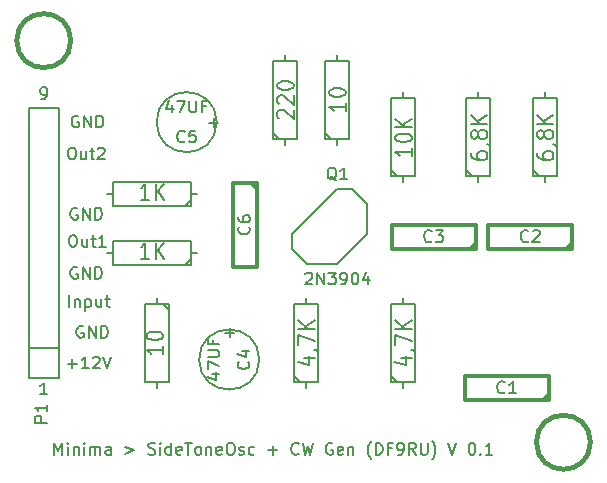
<source format=gto>
G04 #@! TF.FileFunction,Legend,Top*
%FSLAX45Y45*%
G04 Gerber Fmt 4.5, Leading zero omitted, Abs format (unit mm)*
G04 Created by KiCad (PCBNEW (2015-01-25 BZR 5388)-product) date Mo 03 Aug 2015 14:21:19 CEST*
%MOMM*%
G01*
G04 APERTURE LIST*
%ADD10C,0.150000*%
%ADD11C,0.200660*%
%ADD12C,0.381000*%
%ADD13C,0.203200*%
%ADD14C,0.304800*%
G04 APERTURE END LIST*
D10*
D11*
X12983752Y-7919962D02*
X12974221Y-7915196D01*
X12959924Y-7915196D01*
X12945627Y-7919962D01*
X12936096Y-7929493D01*
X12931331Y-7939024D01*
X12926565Y-7958086D01*
X12926565Y-7972383D01*
X12931331Y-7991445D01*
X12936096Y-8000976D01*
X12945627Y-8010507D01*
X12959924Y-8015272D01*
X12969455Y-8015272D01*
X12983752Y-8010507D01*
X12988517Y-8005741D01*
X12988517Y-7972383D01*
X12969455Y-7972383D01*
X13031407Y-8015272D02*
X13031407Y-7915196D01*
X13088593Y-8015272D01*
X13088593Y-7915196D01*
X13136248Y-8015272D02*
X13136248Y-7915196D01*
X13160076Y-7915196D01*
X13174373Y-7919962D01*
X13183904Y-7929493D01*
X13188669Y-7939024D01*
X13193435Y-7958086D01*
X13193435Y-7972383D01*
X13188669Y-7991445D01*
X13183904Y-8000976D01*
X13174373Y-8010507D01*
X13160076Y-8015272D01*
X13136248Y-8015272D01*
X12983752Y-8419962D02*
X12974221Y-8415197D01*
X12959924Y-8415197D01*
X12945627Y-8419962D01*
X12936096Y-8429493D01*
X12931331Y-8439024D01*
X12926565Y-8458086D01*
X12926565Y-8472383D01*
X12931331Y-8491445D01*
X12936096Y-8500976D01*
X12945627Y-8510507D01*
X12959924Y-8515273D01*
X12969455Y-8515273D01*
X12983752Y-8510507D01*
X12988517Y-8505741D01*
X12988517Y-8472383D01*
X12969455Y-8472383D01*
X13031407Y-8515273D02*
X13031407Y-8415197D01*
X13088593Y-8515273D01*
X13088593Y-8415197D01*
X13136248Y-8515273D02*
X13136248Y-8415197D01*
X13160076Y-8415197D01*
X13174373Y-8419962D01*
X13183904Y-8429493D01*
X13188669Y-8439024D01*
X13193435Y-8458086D01*
X13193435Y-8472383D01*
X13188669Y-8491445D01*
X13183904Y-8500976D01*
X13174373Y-8510507D01*
X13160076Y-8515273D01*
X13136248Y-8515273D01*
X13033752Y-8919962D02*
X13024221Y-8915197D01*
X13009924Y-8915197D01*
X12995627Y-8919962D01*
X12986096Y-8929493D01*
X12981331Y-8939024D01*
X12976565Y-8958086D01*
X12976565Y-8972383D01*
X12981331Y-8991445D01*
X12986096Y-9000976D01*
X12995627Y-9010507D01*
X13009924Y-9015273D01*
X13019455Y-9015273D01*
X13033752Y-9010507D01*
X13038517Y-9005741D01*
X13038517Y-8972383D01*
X13019455Y-8972383D01*
X13081407Y-9015273D02*
X13081407Y-8915197D01*
X13138593Y-9015273D01*
X13138593Y-8915197D01*
X13186248Y-9015273D02*
X13186248Y-8915197D01*
X13210076Y-8915197D01*
X13224373Y-8919962D01*
X13233904Y-8929493D01*
X13238669Y-8939024D01*
X13243435Y-8958086D01*
X13243435Y-8972383D01*
X13238669Y-8991445D01*
X13233904Y-9000976D01*
X13224373Y-9010507D01*
X13210076Y-9015273D01*
X13186248Y-9015273D01*
X12993752Y-7139962D02*
X12984221Y-7135196D01*
X12969924Y-7135196D01*
X12955627Y-7139962D01*
X12946096Y-7149493D01*
X12941331Y-7159024D01*
X12936565Y-7178086D01*
X12936565Y-7192383D01*
X12941331Y-7211445D01*
X12946096Y-7220976D01*
X12955627Y-7230507D01*
X12969924Y-7235272D01*
X12979455Y-7235272D01*
X12993752Y-7230507D01*
X12998517Y-7225741D01*
X12998517Y-7192383D01*
X12979455Y-7192383D01*
X13041407Y-7235272D02*
X13041407Y-7135196D01*
X13098593Y-7235272D01*
X13098593Y-7135196D01*
X13146248Y-7235272D02*
X13146248Y-7135196D01*
X13170076Y-7135196D01*
X13184373Y-7139962D01*
X13193904Y-7149493D01*
X13198669Y-7159024D01*
X13203435Y-7178086D01*
X13203435Y-7192383D01*
X13198669Y-7211445D01*
X13193904Y-7220976D01*
X13184373Y-7230507D01*
X13170076Y-7235272D01*
X13146248Y-7235272D01*
X12928948Y-7405196D02*
X12948010Y-7405196D01*
X12957541Y-7409962D01*
X12967072Y-7419493D01*
X12971838Y-7438555D01*
X12971838Y-7471914D01*
X12967072Y-7490976D01*
X12957541Y-7500507D01*
X12948010Y-7505272D01*
X12928948Y-7505272D01*
X12919417Y-7500507D01*
X12909886Y-7490976D01*
X12905120Y-7471914D01*
X12905120Y-7438555D01*
X12909886Y-7419493D01*
X12919417Y-7409962D01*
X12928948Y-7405196D01*
X13057617Y-7438555D02*
X13057617Y-7505272D01*
X13014727Y-7438555D02*
X13014727Y-7490976D01*
X13019493Y-7500507D01*
X13029024Y-7505272D01*
X13043321Y-7505272D01*
X13052852Y-7500507D01*
X13057617Y-7495741D01*
X13090976Y-7438555D02*
X13129100Y-7438555D01*
X13105272Y-7405196D02*
X13105272Y-7490976D01*
X13110038Y-7500507D01*
X13119569Y-7505272D01*
X13129100Y-7505272D01*
X13157693Y-7414727D02*
X13162459Y-7409962D01*
X13171990Y-7405196D01*
X13195817Y-7405196D01*
X13205348Y-7409962D01*
X13210114Y-7414727D01*
X13214880Y-7424259D01*
X13214880Y-7433790D01*
X13210114Y-7448086D01*
X13152928Y-7505272D01*
X13214880Y-7505272D01*
X12938948Y-8145196D02*
X12958010Y-8145196D01*
X12967541Y-8149962D01*
X12977072Y-8159493D01*
X12981838Y-8178555D01*
X12981838Y-8211914D01*
X12977072Y-8230976D01*
X12967541Y-8240507D01*
X12958010Y-8245272D01*
X12938948Y-8245272D01*
X12929417Y-8240507D01*
X12919886Y-8230976D01*
X12915120Y-8211914D01*
X12915120Y-8178555D01*
X12919886Y-8159493D01*
X12929417Y-8149962D01*
X12938948Y-8145196D01*
X13067617Y-8178555D02*
X13067617Y-8245272D01*
X13024727Y-8178555D02*
X13024727Y-8230976D01*
X13029493Y-8240507D01*
X13039024Y-8245272D01*
X13053321Y-8245272D01*
X13062852Y-8240507D01*
X13067617Y-8235741D01*
X13100976Y-8178555D02*
X13139100Y-8178555D01*
X13115272Y-8145196D02*
X13115272Y-8230976D01*
X13120038Y-8240507D01*
X13129569Y-8245272D01*
X13139100Y-8245272D01*
X13224880Y-8245272D02*
X13167693Y-8245272D01*
X13196286Y-8245272D02*
X13196286Y-8145196D01*
X13186755Y-8159493D01*
X13177224Y-8169024D01*
X13167693Y-8173790D01*
X12915589Y-8755273D02*
X12915589Y-8655197D01*
X12963245Y-8688555D02*
X12963245Y-8755273D01*
X12963245Y-8698086D02*
X12968010Y-8693321D01*
X12977541Y-8688555D01*
X12991838Y-8688555D01*
X13001369Y-8693321D01*
X13006134Y-8702852D01*
X13006134Y-8755273D01*
X13053790Y-8688555D02*
X13053790Y-8788631D01*
X13053790Y-8693321D02*
X13063321Y-8688555D01*
X13082383Y-8688555D01*
X13091914Y-8693321D01*
X13096679Y-8698086D01*
X13101445Y-8707617D01*
X13101445Y-8736210D01*
X13096679Y-8745741D01*
X13091914Y-8750507D01*
X13082383Y-8755273D01*
X13063321Y-8755273D01*
X13053790Y-8750507D01*
X13187224Y-8688555D02*
X13187224Y-8755273D01*
X13144335Y-8688555D02*
X13144335Y-8740976D01*
X13149100Y-8750507D01*
X13158631Y-8755273D01*
X13172928Y-8755273D01*
X13182459Y-8750507D01*
X13187224Y-8745741D01*
X13220583Y-8688555D02*
X13258707Y-8688555D01*
X13234880Y-8655197D02*
X13234880Y-8740976D01*
X13239645Y-8750507D01*
X13249176Y-8755273D01*
X13258707Y-8755273D01*
X12903676Y-9237148D02*
X12979924Y-9237148D01*
X12941800Y-9275273D02*
X12941800Y-9199024D01*
X13080000Y-9275273D02*
X13022814Y-9275273D01*
X13051407Y-9275273D02*
X13051407Y-9175197D01*
X13041876Y-9189493D01*
X13032345Y-9199024D01*
X13022814Y-9203790D01*
X13118124Y-9184728D02*
X13122890Y-9179962D01*
X13132421Y-9175197D01*
X13156248Y-9175197D01*
X13165779Y-9179962D01*
X13170545Y-9184728D01*
X13175310Y-9194259D01*
X13175310Y-9203790D01*
X13170545Y-9218086D01*
X13113359Y-9275273D01*
X13175310Y-9275273D01*
X13203904Y-9175197D02*
X13237262Y-9275273D01*
X13270621Y-9175197D01*
X12680938Y-6995220D02*
X12700000Y-6995220D01*
X12709531Y-6990455D01*
X12714297Y-6985689D01*
X12723828Y-6971393D01*
X12728593Y-6952331D01*
X12728593Y-6914207D01*
X12723828Y-6904675D01*
X12719062Y-6899910D01*
X12709531Y-6895144D01*
X12690469Y-6895144D01*
X12680938Y-6899910D01*
X12676172Y-6904675D01*
X12671407Y-6914207D01*
X12671407Y-6938034D01*
X12676172Y-6947565D01*
X12680938Y-6952331D01*
X12690469Y-6957096D01*
X12709531Y-6957096D01*
X12719062Y-6952331D01*
X12723828Y-6947565D01*
X12728593Y-6938034D01*
X12728593Y-9495343D02*
X12671407Y-9495343D01*
X12700000Y-9495343D02*
X12700000Y-9395267D01*
X12690469Y-9409563D01*
X12680938Y-9419094D01*
X12671407Y-9423860D01*
X12790400Y-10005375D02*
X12790400Y-9905299D01*
X12823758Y-9976781D01*
X12857117Y-9905299D01*
X12857117Y-10005375D01*
X12904772Y-10005375D02*
X12904772Y-9938657D01*
X12904772Y-9905299D02*
X12900007Y-9910064D01*
X12904772Y-9914830D01*
X12909538Y-9910064D01*
X12904772Y-9905299D01*
X12904772Y-9914830D01*
X12952427Y-9938657D02*
X12952427Y-10005375D01*
X12952427Y-9948188D02*
X12957193Y-9943423D01*
X12966724Y-9938657D01*
X12981021Y-9938657D01*
X12990552Y-9943423D01*
X12995317Y-9952954D01*
X12995317Y-10005375D01*
X13042972Y-10005375D02*
X13042972Y-9938657D01*
X13042972Y-9905299D02*
X13038207Y-9910064D01*
X13042972Y-9914830D01*
X13047738Y-9910064D01*
X13042972Y-9905299D01*
X13042972Y-9914830D01*
X13090628Y-10005375D02*
X13090628Y-9938657D01*
X13090628Y-9948188D02*
X13095393Y-9943423D01*
X13104924Y-9938657D01*
X13119221Y-9938657D01*
X13128752Y-9943423D01*
X13133517Y-9952954D01*
X13133517Y-10005375D01*
X13133517Y-9952954D02*
X13138283Y-9943423D01*
X13147814Y-9938657D01*
X13162111Y-9938657D01*
X13171642Y-9943423D01*
X13176407Y-9952954D01*
X13176407Y-10005375D01*
X13266952Y-10005375D02*
X13266952Y-9952954D01*
X13262187Y-9943423D01*
X13252656Y-9938657D01*
X13233593Y-9938657D01*
X13224062Y-9943423D01*
X13266952Y-10000609D02*
X13257421Y-10005375D01*
X13233593Y-10005375D01*
X13224062Y-10000609D01*
X13219297Y-9991078D01*
X13219297Y-9981547D01*
X13224062Y-9972016D01*
X13233593Y-9967250D01*
X13257421Y-9967250D01*
X13266952Y-9962485D01*
X13390856Y-9938657D02*
X13467104Y-9967250D01*
X13390856Y-9995843D01*
X13586242Y-10000609D02*
X13600539Y-10005375D01*
X13624366Y-10005375D01*
X13633897Y-10000609D01*
X13638663Y-9995843D01*
X13643429Y-9986312D01*
X13643429Y-9976781D01*
X13638663Y-9967250D01*
X13633897Y-9962485D01*
X13624366Y-9957719D01*
X13605304Y-9952954D01*
X13595773Y-9948188D01*
X13591008Y-9943423D01*
X13586242Y-9933892D01*
X13586242Y-9924361D01*
X13591008Y-9914830D01*
X13595773Y-9910064D01*
X13605304Y-9905299D01*
X13629132Y-9905299D01*
X13643429Y-9910064D01*
X13686318Y-10005375D02*
X13686318Y-9938657D01*
X13686318Y-9905299D02*
X13681553Y-9910064D01*
X13686318Y-9914830D01*
X13691084Y-9910064D01*
X13686318Y-9905299D01*
X13686318Y-9914830D01*
X13776863Y-10005375D02*
X13776863Y-9905299D01*
X13776863Y-10000609D02*
X13767332Y-10005375D01*
X13748270Y-10005375D01*
X13738739Y-10000609D01*
X13733973Y-9995843D01*
X13729208Y-9986312D01*
X13729208Y-9957719D01*
X13733973Y-9948188D01*
X13738739Y-9943423D01*
X13748270Y-9938657D01*
X13767332Y-9938657D01*
X13776863Y-9943423D01*
X13862643Y-10000609D02*
X13853112Y-10005375D01*
X13834050Y-10005375D01*
X13824518Y-10000609D01*
X13819753Y-9991078D01*
X13819753Y-9952954D01*
X13824518Y-9943423D01*
X13834050Y-9938657D01*
X13853112Y-9938657D01*
X13862643Y-9943423D01*
X13867408Y-9952954D01*
X13867408Y-9962485D01*
X13819753Y-9972016D01*
X13896001Y-9905299D02*
X13953188Y-9905299D01*
X13924594Y-10005375D02*
X13924594Y-9905299D01*
X14000843Y-10005375D02*
X13991312Y-10000609D01*
X13986546Y-9995843D01*
X13981781Y-9986312D01*
X13981781Y-9957719D01*
X13986546Y-9948188D01*
X13991312Y-9943423D01*
X14000843Y-9938657D01*
X14015139Y-9938657D01*
X14024670Y-9943423D01*
X14029436Y-9948188D01*
X14034202Y-9957719D01*
X14034202Y-9986312D01*
X14029436Y-9995843D01*
X14024670Y-10000609D01*
X14015139Y-10005375D01*
X14000843Y-10005375D01*
X14077091Y-9938657D02*
X14077091Y-10005375D01*
X14077091Y-9948188D02*
X14081857Y-9943423D01*
X14091388Y-9938657D01*
X14105684Y-9938657D01*
X14115215Y-9943423D01*
X14119981Y-9952954D01*
X14119981Y-10005375D01*
X14205760Y-10000609D02*
X14196229Y-10005375D01*
X14177167Y-10005375D01*
X14167636Y-10000609D01*
X14162871Y-9991078D01*
X14162871Y-9952954D01*
X14167636Y-9943423D01*
X14177167Y-9938657D01*
X14196229Y-9938657D01*
X14205760Y-9943423D01*
X14210526Y-9952954D01*
X14210526Y-9962485D01*
X14162871Y-9972016D01*
X14272478Y-9905299D02*
X14291540Y-9905299D01*
X14301071Y-9910064D01*
X14310602Y-9919595D01*
X14315367Y-9938657D01*
X14315367Y-9972016D01*
X14310602Y-9991078D01*
X14301071Y-10000609D01*
X14291540Y-10005375D01*
X14272478Y-10005375D01*
X14262947Y-10000609D01*
X14253416Y-9991078D01*
X14248650Y-9972016D01*
X14248650Y-9938657D01*
X14253416Y-9919595D01*
X14262947Y-9910064D01*
X14272478Y-9905299D01*
X14353492Y-10000609D02*
X14363023Y-10005375D01*
X14382085Y-10005375D01*
X14391616Y-10000609D01*
X14396381Y-9991078D01*
X14396381Y-9986312D01*
X14391616Y-9976781D01*
X14382085Y-9972016D01*
X14367788Y-9972016D01*
X14358257Y-9967250D01*
X14353492Y-9957719D01*
X14353492Y-9952954D01*
X14358257Y-9943423D01*
X14367788Y-9938657D01*
X14382085Y-9938657D01*
X14391616Y-9943423D01*
X14482161Y-10000609D02*
X14472630Y-10005375D01*
X14453568Y-10005375D01*
X14444037Y-10000609D01*
X14439271Y-9995843D01*
X14434506Y-9986312D01*
X14434506Y-9957719D01*
X14439271Y-9948188D01*
X14444037Y-9943423D01*
X14453568Y-9938657D01*
X14472630Y-9938657D01*
X14482161Y-9943423D01*
X14601299Y-9967250D02*
X14677547Y-9967250D01*
X14639423Y-10005375D02*
X14639423Y-9929126D01*
X14858637Y-9995843D02*
X14853872Y-10000609D01*
X14839575Y-10005375D01*
X14830044Y-10005375D01*
X14815747Y-10000609D01*
X14806216Y-9991078D01*
X14801451Y-9981547D01*
X14796685Y-9962485D01*
X14796685Y-9948188D01*
X14801451Y-9929126D01*
X14806216Y-9919595D01*
X14815747Y-9910064D01*
X14830044Y-9905299D01*
X14839575Y-9905299D01*
X14853872Y-9910064D01*
X14858637Y-9914830D01*
X14891996Y-9905299D02*
X14915823Y-10005375D01*
X14934886Y-9933892D01*
X14953948Y-10005375D01*
X14977775Y-9905299D01*
X15144569Y-9910064D02*
X15135038Y-9905299D01*
X15120741Y-9905299D01*
X15106444Y-9910064D01*
X15096913Y-9919595D01*
X15092148Y-9929126D01*
X15087382Y-9948188D01*
X15087382Y-9962485D01*
X15092148Y-9981547D01*
X15096913Y-9991078D01*
X15106444Y-10000609D01*
X15120741Y-10005375D01*
X15130272Y-10005375D01*
X15144569Y-10000609D01*
X15149334Y-9995843D01*
X15149334Y-9962485D01*
X15130272Y-9962485D01*
X15230348Y-10000609D02*
X15220817Y-10005375D01*
X15201755Y-10005375D01*
X15192224Y-10000609D01*
X15187458Y-9991078D01*
X15187458Y-9952954D01*
X15192224Y-9943423D01*
X15201755Y-9938657D01*
X15220817Y-9938657D01*
X15230348Y-9943423D01*
X15235114Y-9952954D01*
X15235114Y-9962485D01*
X15187458Y-9972016D01*
X15278003Y-9938657D02*
X15278003Y-10005375D01*
X15278003Y-9948188D02*
X15282769Y-9943423D01*
X15292300Y-9938657D01*
X15306596Y-9938657D01*
X15316127Y-9943423D01*
X15320893Y-9952954D01*
X15320893Y-10005375D01*
X15473390Y-10043499D02*
X15468624Y-10038733D01*
X15459093Y-10024437D01*
X15454328Y-10014906D01*
X15449562Y-10000609D01*
X15444797Y-9976781D01*
X15444797Y-9957719D01*
X15449562Y-9933892D01*
X15454328Y-9919595D01*
X15459093Y-9910064D01*
X15468624Y-9895767D01*
X15473390Y-9891002D01*
X15511514Y-10005375D02*
X15511514Y-9905299D01*
X15535342Y-9905299D01*
X15549638Y-9910064D01*
X15559169Y-9919595D01*
X15563935Y-9929126D01*
X15568700Y-9948188D01*
X15568700Y-9962485D01*
X15563935Y-9981547D01*
X15559169Y-9991078D01*
X15549638Y-10000609D01*
X15535342Y-10005375D01*
X15511514Y-10005375D01*
X15644949Y-9952954D02*
X15611590Y-9952954D01*
X15611590Y-10005375D02*
X15611590Y-9905299D01*
X15659245Y-9905299D01*
X15702135Y-10005375D02*
X15721197Y-10005375D01*
X15730728Y-10000609D01*
X15735494Y-9995843D01*
X15745025Y-9981547D01*
X15749790Y-9962485D01*
X15749790Y-9924361D01*
X15745025Y-9914830D01*
X15740259Y-9910064D01*
X15730728Y-9905299D01*
X15711666Y-9905299D01*
X15702135Y-9910064D01*
X15697369Y-9914830D01*
X15692604Y-9924361D01*
X15692604Y-9948188D01*
X15697369Y-9957719D01*
X15702135Y-9962485D01*
X15711666Y-9967250D01*
X15730728Y-9967250D01*
X15740259Y-9962485D01*
X15745025Y-9957719D01*
X15749790Y-9948188D01*
X15849866Y-10005375D02*
X15816507Y-9957719D01*
X15792680Y-10005375D02*
X15792680Y-9905299D01*
X15830804Y-9905299D01*
X15840335Y-9910064D01*
X15845101Y-9914830D01*
X15849866Y-9924361D01*
X15849866Y-9938657D01*
X15845101Y-9948188D01*
X15840335Y-9952954D01*
X15830804Y-9957719D01*
X15792680Y-9957719D01*
X15892756Y-9905299D02*
X15892756Y-9986312D01*
X15897521Y-9995843D01*
X15902287Y-10000609D01*
X15911818Y-10005375D01*
X15930880Y-10005375D01*
X15940411Y-10000609D01*
X15945177Y-9995843D01*
X15949942Y-9986312D01*
X15949942Y-9905299D01*
X15988066Y-10043499D02*
X15992832Y-10038733D01*
X16002363Y-10024437D01*
X16007128Y-10014906D01*
X16011894Y-10000609D01*
X16016659Y-9976781D01*
X16016659Y-9957719D01*
X16011894Y-9933892D01*
X16007128Y-9919595D01*
X16002363Y-9910064D01*
X15992832Y-9895767D01*
X15988066Y-9891002D01*
X16126266Y-9905299D02*
X16159625Y-10005375D01*
X16192984Y-9905299D01*
X16321653Y-9905299D02*
X16331184Y-9905299D01*
X16340715Y-9910064D01*
X16345481Y-9914830D01*
X16350246Y-9924361D01*
X16355012Y-9943423D01*
X16355012Y-9967250D01*
X16350246Y-9986312D01*
X16345481Y-9995843D01*
X16340715Y-10000609D01*
X16331184Y-10005375D01*
X16321653Y-10005375D01*
X16312122Y-10000609D01*
X16307356Y-9995843D01*
X16302591Y-9986312D01*
X16297825Y-9967250D01*
X16297825Y-9943423D01*
X16302591Y-9924361D01*
X16307356Y-9914830D01*
X16312122Y-9910064D01*
X16321653Y-9905299D01*
X16397901Y-9995843D02*
X16402667Y-10000609D01*
X16397901Y-10005375D01*
X16393136Y-10000609D01*
X16397901Y-9995843D01*
X16397901Y-10005375D01*
X16497977Y-10005375D02*
X16440791Y-10005375D01*
X16469384Y-10005375D02*
X16469384Y-9905299D01*
X16459853Y-9919595D01*
X16450322Y-9929126D01*
X16440791Y-9933892D01*
D12*
X17328642Y-9900158D02*
G75*
G03X17328642Y-9900158I-228600J0D01*
G01*
X12928600Y-6499860D02*
G75*
G03X12928600Y-6499860I-228600J0D01*
G01*
D13*
X15740126Y-7701026D02*
X15740126Y-7650226D01*
X15740126Y-6939026D02*
X15740126Y-6989826D01*
X15740126Y-6989826D02*
X15638526Y-6989826D01*
X15638526Y-6989826D02*
X15638526Y-7650226D01*
X15638526Y-7650226D02*
X15841726Y-7650226D01*
X15841726Y-7650226D02*
X15841726Y-6989826D01*
X15841726Y-6989826D02*
X15740126Y-6989826D01*
X15689326Y-7650226D02*
X15638526Y-7599426D01*
X15180056Y-7380986D02*
X15180056Y-7330186D01*
X15180056Y-6618986D02*
X15180056Y-6669786D01*
X15180056Y-6669786D02*
X15078456Y-6669786D01*
X15078456Y-6669786D02*
X15078456Y-7330186D01*
X15078456Y-7330186D02*
X15281656Y-7330186D01*
X15281656Y-7330186D02*
X15281656Y-6669786D01*
X15281656Y-6669786D02*
X15180056Y-6669786D01*
X15129256Y-7330186D02*
X15078456Y-7279386D01*
X13660120Y-8678926D02*
X13660120Y-8729726D01*
X13660120Y-9440926D02*
X13660120Y-9390126D01*
X13660120Y-9390126D02*
X13761720Y-9390126D01*
X13761720Y-9390126D02*
X13761720Y-8729726D01*
X13761720Y-8729726D02*
X13558520Y-8729726D01*
X13558520Y-8729726D02*
X13558520Y-9390126D01*
X13558520Y-9390126D02*
X13660120Y-9390126D01*
X13710920Y-8729726D02*
X13761720Y-8780526D01*
X14919960Y-9440672D02*
X14919960Y-9389872D01*
X14919960Y-8678672D02*
X14919960Y-8729472D01*
X14919960Y-8729472D02*
X14818360Y-8729472D01*
X14818360Y-8729472D02*
X14818360Y-9389872D01*
X14818360Y-9389872D02*
X15021560Y-9389872D01*
X15021560Y-9389872D02*
X15021560Y-8729472D01*
X15021560Y-8729472D02*
X14919960Y-8729472D01*
X14869160Y-9389872D02*
X14818360Y-9339072D01*
X16940022Y-7701026D02*
X16940022Y-7650226D01*
X16940022Y-6939026D02*
X16940022Y-6989826D01*
X16940022Y-6989826D02*
X16838422Y-6989826D01*
X16838422Y-6989826D02*
X16838422Y-7650226D01*
X16838422Y-7650226D02*
X17041622Y-7650226D01*
X17041622Y-7650226D02*
X17041622Y-6989826D01*
X17041622Y-6989826D02*
X16940022Y-6989826D01*
X16889222Y-7650226D02*
X16838422Y-7599426D01*
X16379952Y-7701026D02*
X16379952Y-7650226D01*
X16379952Y-6939026D02*
X16379952Y-6989826D01*
X16379952Y-6989826D02*
X16278352Y-6989826D01*
X16278352Y-6989826D02*
X16278352Y-7650226D01*
X16278352Y-7650226D02*
X16481552Y-7650226D01*
X16481552Y-7650226D02*
X16481552Y-6989826D01*
X16481552Y-6989826D02*
X16379952Y-6989826D01*
X16329152Y-7650226D02*
X16278352Y-7599426D01*
X14739874Y-7380986D02*
X14739874Y-7330186D01*
X14739874Y-6618986D02*
X14739874Y-6669786D01*
X14739874Y-6669786D02*
X14638274Y-6669786D01*
X14638274Y-6669786D02*
X14638274Y-7330186D01*
X14638274Y-7330186D02*
X14841474Y-7330186D01*
X14841474Y-7330186D02*
X14841474Y-6669786D01*
X14841474Y-6669786D02*
X14739874Y-6669786D01*
X14689074Y-7330186D02*
X14638274Y-7279386D01*
X15740126Y-9440926D02*
X15740126Y-9390126D01*
X15740126Y-8678926D02*
X15740126Y-8729726D01*
X15740126Y-8729726D02*
X15638526Y-8729726D01*
X15638526Y-8729726D02*
X15638526Y-9390126D01*
X15638526Y-9390126D02*
X15841726Y-9390126D01*
X15841726Y-9390126D02*
X15841726Y-8729726D01*
X15841726Y-8729726D02*
X15740126Y-8729726D01*
X15689326Y-9390126D02*
X15638526Y-9339326D01*
X14000988Y-7800086D02*
X13950188Y-7800086D01*
X13238988Y-7800086D02*
X13289788Y-7800086D01*
X13289788Y-7800086D02*
X13289788Y-7901686D01*
X13289788Y-7901686D02*
X13950188Y-7901686D01*
X13950188Y-7901686D02*
X13950188Y-7698486D01*
X13950188Y-7698486D02*
X13289788Y-7698486D01*
X13289788Y-7698486D02*
X13289788Y-7800086D01*
X13950188Y-7850886D02*
X13899388Y-7901686D01*
X14000988Y-8299958D02*
X13950188Y-8299958D01*
X13238988Y-8299958D02*
X13289788Y-8299958D01*
X13289788Y-8299958D02*
X13289788Y-8401558D01*
X13289788Y-8401558D02*
X13950188Y-8401558D01*
X13950188Y-8401558D02*
X13950188Y-8198358D01*
X13950188Y-8198358D02*
X13289788Y-8198358D01*
X13289788Y-8198358D02*
X13289788Y-8299958D01*
X13950188Y-8350758D02*
X13899388Y-8401558D01*
D14*
X17175734Y-8261350D02*
X16464534Y-8261350D01*
X16464534Y-8261350D02*
X16464534Y-8058150D01*
X16464534Y-8058150D02*
X17175734Y-8058150D01*
X17175734Y-8058150D02*
X17175734Y-8261350D01*
X17175734Y-8210550D02*
X17124934Y-8261350D01*
X16355822Y-8261604D02*
X15644622Y-8261604D01*
X15644622Y-8261604D02*
X15644622Y-8058404D01*
X15644622Y-8058404D02*
X16355822Y-8058404D01*
X16355822Y-8058404D02*
X16355822Y-8261604D01*
X16355822Y-8210804D02*
X16305022Y-8261604D01*
X16975582Y-9541510D02*
X16264382Y-9541510D01*
X16264382Y-9541510D02*
X16264382Y-9338310D01*
X16264382Y-9338310D02*
X16975582Y-9338310D01*
X16975582Y-9338310D02*
X16975582Y-9541510D01*
X16975582Y-9490710D02*
X16924782Y-9541510D01*
X14501622Y-7704328D02*
X14501622Y-8415528D01*
X14501622Y-8415528D02*
X14298422Y-8415528D01*
X14298422Y-8415528D02*
X14298422Y-7704328D01*
X14298422Y-7704328D02*
X14501622Y-7704328D01*
X14450822Y-7704328D02*
X14501622Y-7755128D01*
D10*
X12573000Y-9099000D02*
X12573000Y-7067000D01*
X12573000Y-7067000D02*
X12827000Y-7067000D01*
X12827000Y-7067000D02*
X12827000Y-9099000D01*
X12573000Y-9353000D02*
X12573000Y-9099000D01*
X12573000Y-9099000D02*
X12827000Y-9099000D01*
X12573000Y-9353000D02*
X12827000Y-9353000D01*
X12827000Y-9353000D02*
X12827000Y-9099000D01*
X14524317Y-9200000D02*
G75*
G03X14524317Y-9200000I-254317J0D01*
G01*
X14164317Y-7190000D02*
G75*
G03X14164317Y-7190000I-254317J0D01*
G01*
X15187000Y-7756000D02*
X14806000Y-8137000D01*
X14806000Y-8137000D02*
X14806000Y-8264000D01*
X14806000Y-8264000D02*
X14933000Y-8391000D01*
X14933000Y-8391000D02*
X15187000Y-8391000D01*
X15187000Y-8391000D02*
X15441000Y-8137000D01*
X15441000Y-8137000D02*
X15441000Y-7883000D01*
X15441000Y-7883000D02*
X15314000Y-7756000D01*
X15314000Y-7756000D02*
X15187000Y-7756000D01*
D13*
X15816024Y-7407716D02*
X15816024Y-7480288D01*
X15816024Y-7444002D02*
X15676324Y-7444002D01*
X15696281Y-7456097D01*
X15709585Y-7468193D01*
X15716238Y-7480288D01*
X15676324Y-7329097D02*
X15676324Y-7317002D01*
X15682976Y-7304907D01*
X15689628Y-7298859D01*
X15702933Y-7292812D01*
X15729543Y-7286764D01*
X15762805Y-7286764D01*
X15789414Y-7292812D01*
X15802719Y-7298859D01*
X15809371Y-7304907D01*
X15816024Y-7317002D01*
X15816024Y-7329097D01*
X15809371Y-7341193D01*
X15802719Y-7347240D01*
X15789414Y-7353288D01*
X15762805Y-7359335D01*
X15729543Y-7359335D01*
X15702933Y-7353288D01*
X15689628Y-7347240D01*
X15682976Y-7341193D01*
X15676324Y-7329097D01*
X15816024Y-7232335D02*
X15676324Y-7232335D01*
X15816024Y-7159764D02*
X15736195Y-7214193D01*
X15676324Y-7159764D02*
X15756152Y-7232335D01*
X15255954Y-7024176D02*
X15255954Y-7096748D01*
X15255954Y-7060462D02*
X15116254Y-7060462D01*
X15136211Y-7072557D01*
X15149515Y-7084653D01*
X15156168Y-7096748D01*
X15116254Y-6945557D02*
X15116254Y-6933462D01*
X15122906Y-6921367D01*
X15129558Y-6915319D01*
X15142863Y-6909272D01*
X15169473Y-6903224D01*
X15202735Y-6903224D01*
X15229344Y-6909272D01*
X15242649Y-6915319D01*
X15249301Y-6921367D01*
X15255954Y-6933462D01*
X15255954Y-6945557D01*
X15249301Y-6957653D01*
X15242649Y-6963700D01*
X15229344Y-6969748D01*
X15202735Y-6975795D01*
X15169473Y-6975795D01*
X15142863Y-6969748D01*
X15129558Y-6963700D01*
X15122906Y-6957653D01*
X15116254Y-6945557D01*
X13710618Y-9084117D02*
X13710618Y-9156688D01*
X13710618Y-9120402D02*
X13570918Y-9120402D01*
X13590875Y-9132497D01*
X13604179Y-9144593D01*
X13610832Y-9156688D01*
X13570918Y-9005497D02*
X13570918Y-8993402D01*
X13577570Y-8981307D01*
X13584222Y-8975259D01*
X13597527Y-8969212D01*
X13624137Y-8963164D01*
X13657399Y-8963164D01*
X13684008Y-8969212D01*
X13697313Y-8975259D01*
X13703965Y-8981307D01*
X13710618Y-8993402D01*
X13710618Y-9005497D01*
X13703965Y-9017593D01*
X13697313Y-9023640D01*
X13684008Y-9029688D01*
X13657399Y-9035736D01*
X13624137Y-9035736D01*
X13597527Y-9029688D01*
X13584222Y-9023640D01*
X13577570Y-9017593D01*
X13570918Y-9005497D01*
X14902724Y-9189696D02*
X14995858Y-9189696D01*
X14849505Y-9219934D02*
X14949291Y-9250172D01*
X14949291Y-9171553D01*
X14989205Y-9117124D02*
X14995858Y-9117124D01*
X15009162Y-9123172D01*
X15015815Y-9129220D01*
X14856158Y-9074791D02*
X14856158Y-8990124D01*
X14995858Y-9044553D01*
X14995858Y-8941743D02*
X14856158Y-8941743D01*
X14995858Y-8869172D02*
X14916029Y-8923601D01*
X14856158Y-8869172D02*
X14935986Y-8941743D01*
X16876220Y-7450050D02*
X16876220Y-7474240D01*
X16882872Y-7486335D01*
X16889524Y-7492383D01*
X16909482Y-7504478D01*
X16936091Y-7510526D01*
X16989310Y-7510526D01*
X17002615Y-7504478D01*
X17009267Y-7498431D01*
X17015920Y-7486335D01*
X17015920Y-7462145D01*
X17009267Y-7450050D01*
X17002615Y-7444002D01*
X16989310Y-7437955D01*
X16956048Y-7437955D01*
X16942743Y-7444002D01*
X16936091Y-7450050D01*
X16929439Y-7462145D01*
X16929439Y-7486335D01*
X16936091Y-7498431D01*
X16942743Y-7504478D01*
X16956048Y-7510526D01*
X17009267Y-7377478D02*
X17015920Y-7377478D01*
X17029224Y-7383526D01*
X17035877Y-7389574D01*
X16936091Y-7304907D02*
X16929439Y-7317002D01*
X16922786Y-7323050D01*
X16909482Y-7329097D01*
X16902829Y-7329097D01*
X16889524Y-7323050D01*
X16882872Y-7317002D01*
X16876220Y-7304907D01*
X16876220Y-7280716D01*
X16882872Y-7268621D01*
X16889524Y-7262574D01*
X16902829Y-7256526D01*
X16909482Y-7256526D01*
X16922786Y-7262574D01*
X16929439Y-7268621D01*
X16936091Y-7280716D01*
X16936091Y-7304907D01*
X16942743Y-7317002D01*
X16949396Y-7323050D01*
X16962701Y-7329097D01*
X16989310Y-7329097D01*
X17002615Y-7323050D01*
X17009267Y-7317002D01*
X17015920Y-7304907D01*
X17015920Y-7280716D01*
X17009267Y-7268621D01*
X17002615Y-7262574D01*
X16989310Y-7256526D01*
X16962701Y-7256526D01*
X16949396Y-7262574D01*
X16942743Y-7268621D01*
X16936091Y-7280716D01*
X17015920Y-7202097D02*
X16876220Y-7202097D01*
X17015920Y-7129526D02*
X16936091Y-7183954D01*
X16876220Y-7129526D02*
X16956048Y-7202097D01*
X16316150Y-7450050D02*
X16316150Y-7474240D01*
X16322802Y-7486335D01*
X16329454Y-7492383D01*
X16349411Y-7504478D01*
X16376021Y-7510526D01*
X16429240Y-7510526D01*
X16442545Y-7504478D01*
X16449197Y-7498431D01*
X16455850Y-7486335D01*
X16455850Y-7462145D01*
X16449197Y-7450050D01*
X16442545Y-7444002D01*
X16429240Y-7437955D01*
X16395978Y-7437955D01*
X16382673Y-7444002D01*
X16376021Y-7450050D01*
X16369369Y-7462145D01*
X16369369Y-7486335D01*
X16376021Y-7498431D01*
X16382673Y-7504478D01*
X16395978Y-7510526D01*
X16449197Y-7377478D02*
X16455850Y-7377478D01*
X16469154Y-7383526D01*
X16475807Y-7389574D01*
X16376021Y-7304907D02*
X16369369Y-7317002D01*
X16362716Y-7323050D01*
X16349411Y-7329097D01*
X16342759Y-7329097D01*
X16329454Y-7323050D01*
X16322802Y-7317002D01*
X16316150Y-7304907D01*
X16316150Y-7280716D01*
X16322802Y-7268621D01*
X16329454Y-7262574D01*
X16342759Y-7256526D01*
X16349411Y-7256526D01*
X16362716Y-7262574D01*
X16369369Y-7268621D01*
X16376021Y-7280716D01*
X16376021Y-7304907D01*
X16382673Y-7317002D01*
X16389326Y-7323050D01*
X16402631Y-7329097D01*
X16429240Y-7329097D01*
X16442545Y-7323050D01*
X16449197Y-7317002D01*
X16455850Y-7304907D01*
X16455850Y-7280716D01*
X16449197Y-7268621D01*
X16442545Y-7262574D01*
X16429240Y-7256526D01*
X16402631Y-7256526D01*
X16389326Y-7262574D01*
X16382673Y-7268621D01*
X16376021Y-7280716D01*
X16455850Y-7202097D02*
X16316150Y-7202097D01*
X16455850Y-7129526D02*
X16376021Y-7183954D01*
X16316150Y-7129526D02*
X16395978Y-7202097D01*
X14689376Y-7157224D02*
X14682724Y-7151176D01*
X14676072Y-7139081D01*
X14676072Y-7108843D01*
X14682724Y-7096748D01*
X14689376Y-7090700D01*
X14702681Y-7084653D01*
X14715986Y-7084653D01*
X14735943Y-7090700D01*
X14815772Y-7163272D01*
X14815772Y-7084653D01*
X14689376Y-7036272D02*
X14682724Y-7030224D01*
X14676072Y-7018129D01*
X14676072Y-6987891D01*
X14682724Y-6975795D01*
X14689376Y-6969748D01*
X14702681Y-6963700D01*
X14715986Y-6963700D01*
X14735943Y-6969748D01*
X14815772Y-7042319D01*
X14815772Y-6963700D01*
X14676072Y-6885081D02*
X14676072Y-6872986D01*
X14682724Y-6860891D01*
X14689376Y-6854843D01*
X14702681Y-6848795D01*
X14729291Y-6842748D01*
X14762553Y-6842748D01*
X14789162Y-6848795D01*
X14802467Y-6854843D01*
X14809119Y-6860891D01*
X14815772Y-6872986D01*
X14815772Y-6885081D01*
X14809119Y-6897176D01*
X14802467Y-6903224D01*
X14789162Y-6909272D01*
X14762553Y-6915319D01*
X14729291Y-6915319D01*
X14702681Y-6909272D01*
X14689376Y-6903224D01*
X14682724Y-6897176D01*
X14676072Y-6885081D01*
X15722890Y-9189950D02*
X15816024Y-9189950D01*
X15669671Y-9220188D02*
X15769457Y-9250426D01*
X15769457Y-9171807D01*
X15809371Y-9117378D02*
X15816024Y-9117378D01*
X15829328Y-9123426D01*
X15835981Y-9129474D01*
X15676324Y-9075045D02*
X15676324Y-8990378D01*
X15816024Y-9044807D01*
X15816024Y-8941997D02*
X15676324Y-8941997D01*
X15816024Y-8869426D02*
X15736195Y-8923855D01*
X15676324Y-8869426D02*
X15756152Y-8941997D01*
X13592774Y-7850584D02*
X13520202Y-7850584D01*
X13556488Y-7850584D02*
X13556488Y-7710884D01*
X13544393Y-7730841D01*
X13532297Y-7744145D01*
X13520202Y-7750798D01*
X13647202Y-7850584D02*
X13647202Y-7710884D01*
X13719774Y-7850584D02*
X13665345Y-7770755D01*
X13719774Y-7710884D02*
X13647202Y-7790712D01*
X13592774Y-8350456D02*
X13520202Y-8350456D01*
X13556488Y-8350456D02*
X13556488Y-8210756D01*
X13544393Y-8230713D01*
X13532297Y-8244017D01*
X13520202Y-8250670D01*
X13647202Y-8350456D02*
X13647202Y-8210756D01*
X13719774Y-8350456D02*
X13665345Y-8270627D01*
X13719774Y-8210756D02*
X13647202Y-8290584D01*
X16803201Y-8196036D02*
X16798363Y-8200874D01*
X16783848Y-8205712D01*
X16774172Y-8205712D01*
X16759658Y-8200874D01*
X16749982Y-8191198D01*
X16745144Y-8181521D01*
X16740305Y-8162169D01*
X16740305Y-8147655D01*
X16745144Y-8128302D01*
X16749982Y-8118626D01*
X16759658Y-8108950D01*
X16774172Y-8104112D01*
X16783848Y-8104112D01*
X16798363Y-8108950D01*
X16803201Y-8113788D01*
X16841906Y-8113788D02*
X16846744Y-8108950D01*
X16856420Y-8104112D01*
X16880610Y-8104112D01*
X16890286Y-8108950D01*
X16895125Y-8113788D01*
X16899963Y-8123464D01*
X16899963Y-8133140D01*
X16895125Y-8147655D01*
X16837067Y-8205712D01*
X16899963Y-8205712D01*
X15983289Y-8196290D02*
X15978451Y-8201128D01*
X15963936Y-8205966D01*
X15954260Y-8205966D01*
X15939746Y-8201128D01*
X15930070Y-8191452D01*
X15925232Y-8181775D01*
X15920393Y-8162423D01*
X15920393Y-8147909D01*
X15925232Y-8128556D01*
X15930070Y-8118880D01*
X15939746Y-8109204D01*
X15954260Y-8104366D01*
X15963936Y-8104366D01*
X15978451Y-8109204D01*
X15983289Y-8114042D01*
X16017155Y-8104366D02*
X16080051Y-8104366D01*
X16046184Y-8143071D01*
X16060698Y-8143071D01*
X16070374Y-8147909D01*
X16075212Y-8152747D01*
X16080051Y-8162423D01*
X16080051Y-8186613D01*
X16075212Y-8196290D01*
X16070374Y-8201128D01*
X16060698Y-8205966D01*
X16031670Y-8205966D01*
X16021993Y-8201128D01*
X16017155Y-8196290D01*
X16603049Y-9476196D02*
X16598211Y-9481034D01*
X16583696Y-9485872D01*
X16574020Y-9485872D01*
X16559506Y-9481034D01*
X16549830Y-9471358D01*
X16544992Y-9461681D01*
X16540153Y-9442329D01*
X16540153Y-9427815D01*
X16544992Y-9408462D01*
X16549830Y-9398786D01*
X16559506Y-9389110D01*
X16574020Y-9384272D01*
X16583696Y-9384272D01*
X16598211Y-9389110D01*
X16603049Y-9393948D01*
X16699811Y-9485872D02*
X16641753Y-9485872D01*
X16670782Y-9485872D02*
X16670782Y-9384272D01*
X16661106Y-9398786D01*
X16651430Y-9408462D01*
X16641753Y-9413301D01*
X14436308Y-8076861D02*
X14441146Y-8081699D01*
X14445984Y-8096214D01*
X14445984Y-8105890D01*
X14441146Y-8120404D01*
X14431470Y-8130080D01*
X14421793Y-8134918D01*
X14402441Y-8139756D01*
X14387927Y-8139756D01*
X14368574Y-8134918D01*
X14358898Y-8130080D01*
X14349222Y-8120404D01*
X14344384Y-8105890D01*
X14344384Y-8096214D01*
X14349222Y-8081699D01*
X14354060Y-8076861D01*
X14344384Y-7989776D02*
X14344384Y-8009128D01*
X14349222Y-8018804D01*
X14354060Y-8023642D01*
X14368574Y-8033318D01*
X14387927Y-8038156D01*
X14426631Y-8038156D01*
X14436308Y-8033318D01*
X14441146Y-8028480D01*
X14445984Y-8018804D01*
X14445984Y-7999452D01*
X14441146Y-7989776D01*
X14436308Y-7984937D01*
X14426631Y-7980099D01*
X14402441Y-7980099D01*
X14392765Y-7984937D01*
X14387927Y-7989776D01*
X14383089Y-7999452D01*
X14383089Y-8018804D01*
X14387927Y-8028480D01*
X14392765Y-8033318D01*
X14402441Y-8038156D01*
D10*
X12725238Y-9733810D02*
X12625238Y-9733810D01*
X12625238Y-9695714D01*
X12630000Y-9686190D01*
X12634762Y-9681429D01*
X12644286Y-9676667D01*
X12658571Y-9676667D01*
X12668095Y-9681429D01*
X12672857Y-9686190D01*
X12677619Y-9695714D01*
X12677619Y-9733810D01*
X12725238Y-9581429D02*
X12725238Y-9638571D01*
X12725238Y-9610000D02*
X12625238Y-9610000D01*
X12639524Y-9619524D01*
X12649048Y-9629048D01*
X12653809Y-9638571D01*
X14432460Y-9216667D02*
X14437222Y-9221429D01*
X14441984Y-9235714D01*
X14441984Y-9245238D01*
X14437222Y-9259524D01*
X14427698Y-9269048D01*
X14418175Y-9273810D01*
X14399127Y-9278571D01*
X14384841Y-9278571D01*
X14365794Y-9273810D01*
X14356270Y-9269048D01*
X14346746Y-9259524D01*
X14341984Y-9245238D01*
X14341984Y-9235714D01*
X14346746Y-9221429D01*
X14351508Y-9216667D01*
X14375317Y-9130952D02*
X14441984Y-9130952D01*
X14337222Y-9154762D02*
X14408651Y-9178571D01*
X14408651Y-9116667D01*
X14121571Y-9323810D02*
X14188238Y-9323810D01*
X14083476Y-9347619D02*
X14154905Y-9371429D01*
X14154905Y-9309524D01*
X14088238Y-9280952D02*
X14088238Y-9214286D01*
X14188238Y-9257143D01*
X14088238Y-9176191D02*
X14169190Y-9176191D01*
X14178714Y-9171429D01*
X14183476Y-9166667D01*
X14188238Y-9157143D01*
X14188238Y-9138095D01*
X14183476Y-9128571D01*
X14178714Y-9123810D01*
X14169190Y-9119048D01*
X14088238Y-9119048D01*
X14135857Y-9038095D02*
X14135857Y-9071429D01*
X14188238Y-9071429D02*
X14088238Y-9071429D01*
X14088238Y-9023810D01*
X14277143Y-9009495D02*
X14277143Y-8933305D01*
X14315238Y-8971400D02*
X14239048Y-8971400D01*
X13893333Y-7352460D02*
X13888571Y-7357222D01*
X13874286Y-7361984D01*
X13864762Y-7361984D01*
X13850476Y-7357222D01*
X13840952Y-7347698D01*
X13836190Y-7338175D01*
X13831429Y-7319127D01*
X13831429Y-7304841D01*
X13836190Y-7285794D01*
X13840952Y-7276270D01*
X13850476Y-7266746D01*
X13864762Y-7261984D01*
X13874286Y-7261984D01*
X13888571Y-7266746D01*
X13893333Y-7271508D01*
X13983810Y-7261984D02*
X13936190Y-7261984D01*
X13931429Y-7309603D01*
X13936190Y-7304841D01*
X13945714Y-7300079D01*
X13969524Y-7300079D01*
X13979048Y-7304841D01*
X13983810Y-7309603D01*
X13988571Y-7319127D01*
X13988571Y-7342936D01*
X13983810Y-7352460D01*
X13979048Y-7357222D01*
X13969524Y-7361984D01*
X13945714Y-7361984D01*
X13936190Y-7357222D01*
X13931429Y-7352460D01*
X13786190Y-7041571D02*
X13786190Y-7108238D01*
X13762381Y-7003476D02*
X13738571Y-7074905D01*
X13800476Y-7074905D01*
X13829048Y-7008238D02*
X13895714Y-7008238D01*
X13852857Y-7108238D01*
X13933809Y-7008238D02*
X13933809Y-7089190D01*
X13938571Y-7098714D01*
X13943333Y-7103476D01*
X13952857Y-7108238D01*
X13971905Y-7108238D01*
X13981429Y-7103476D01*
X13986190Y-7098714D01*
X13990952Y-7089190D01*
X13990952Y-7008238D01*
X14071905Y-7055857D02*
X14038571Y-7055857D01*
X14038571Y-7108238D02*
X14038571Y-7008238D01*
X14086190Y-7008238D01*
X14100505Y-7197143D02*
X14176695Y-7197143D01*
X14138600Y-7235238D02*
X14138600Y-7159048D01*
X15177476Y-7683762D02*
X15167952Y-7679000D01*
X15158429Y-7669476D01*
X15144143Y-7655190D01*
X15134619Y-7650429D01*
X15125095Y-7650429D01*
X15129857Y-7674238D02*
X15120333Y-7669476D01*
X15110809Y-7659952D01*
X15106048Y-7640905D01*
X15106048Y-7607571D01*
X15110809Y-7588524D01*
X15120333Y-7579000D01*
X15129857Y-7574238D01*
X15148905Y-7574238D01*
X15158429Y-7579000D01*
X15167952Y-7588524D01*
X15172714Y-7607571D01*
X15172714Y-7640905D01*
X15167952Y-7659952D01*
X15158429Y-7669476D01*
X15148905Y-7674238D01*
X15129857Y-7674238D01*
X15267952Y-7674238D02*
X15210809Y-7674238D01*
X15239381Y-7674238D02*
X15239381Y-7574238D01*
X15229857Y-7588524D01*
X15220333Y-7598048D01*
X15210809Y-7602809D01*
X14915571Y-8472762D02*
X14920333Y-8468000D01*
X14929857Y-8463238D01*
X14953667Y-8463238D01*
X14963190Y-8468000D01*
X14967952Y-8472762D01*
X14972714Y-8482286D01*
X14972714Y-8491810D01*
X14967952Y-8506095D01*
X14910809Y-8563238D01*
X14972714Y-8563238D01*
X15015571Y-8563238D02*
X15015571Y-8463238D01*
X15072714Y-8563238D01*
X15072714Y-8463238D01*
X15110809Y-8463238D02*
X15172714Y-8463238D01*
X15139381Y-8501333D01*
X15153667Y-8501333D01*
X15163190Y-8506095D01*
X15167952Y-8510857D01*
X15172714Y-8520381D01*
X15172714Y-8544191D01*
X15167952Y-8553714D01*
X15163190Y-8558476D01*
X15153667Y-8563238D01*
X15125095Y-8563238D01*
X15115571Y-8558476D01*
X15110809Y-8553714D01*
X15220333Y-8563238D02*
X15239381Y-8563238D01*
X15248905Y-8558476D01*
X15253667Y-8553714D01*
X15263190Y-8539429D01*
X15267952Y-8520381D01*
X15267952Y-8482286D01*
X15263190Y-8472762D01*
X15258429Y-8468000D01*
X15248905Y-8463238D01*
X15229857Y-8463238D01*
X15220333Y-8468000D01*
X15215571Y-8472762D01*
X15210809Y-8482286D01*
X15210809Y-8506095D01*
X15215571Y-8515619D01*
X15220333Y-8520381D01*
X15229857Y-8525143D01*
X15248905Y-8525143D01*
X15258429Y-8520381D01*
X15263190Y-8515619D01*
X15267952Y-8506095D01*
X15329857Y-8463238D02*
X15339381Y-8463238D01*
X15348905Y-8468000D01*
X15353667Y-8472762D01*
X15358429Y-8482286D01*
X15363190Y-8501333D01*
X15363190Y-8525143D01*
X15358429Y-8544191D01*
X15353667Y-8553714D01*
X15348905Y-8558476D01*
X15339381Y-8563238D01*
X15329857Y-8563238D01*
X15320333Y-8558476D01*
X15315571Y-8553714D01*
X15310809Y-8544191D01*
X15306048Y-8525143D01*
X15306048Y-8501333D01*
X15310809Y-8482286D01*
X15315571Y-8472762D01*
X15320333Y-8468000D01*
X15329857Y-8463238D01*
X15448905Y-8496571D02*
X15448905Y-8563238D01*
X15425095Y-8458476D02*
X15401286Y-8529905D01*
X15463190Y-8529905D01*
M02*

</source>
